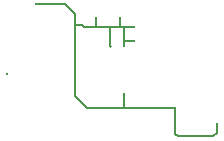
<source format=gbl>
G04 Layer_Physical_Order=4*
G04 Layer_Color=16711680*
%FSLAX25Y25*%
%MOIN*%
G70*
G01*
G75*
%ADD31C,0.00800*%
%ADD38C,0.00984*%
%ADD39C,0.00787*%
D31*
X-20000Y-14000D02*
Y-9000D01*
Y-4500D01*
Y-500D01*
Y3500D01*
X-5045Y2919D02*
Y6069D01*
Y2919D02*
X-5045Y2919D01*
X-3471D01*
X-321D01*
X-3471Y-1700D02*
X-3365Y-1805D01*
X-321D01*
X-3471Y-3380D02*
Y-1700D01*
Y2919D01*
X-8195Y-3380D02*
Y2919D01*
X-5046D01*
X-5045Y2919D01*
X-12919Y2919D02*
Y6069D01*
Y2919D02*
X-8195D01*
X-8195Y2919D01*
X-20000Y3500D02*
X-17424D01*
X-16843Y2919D01*
X-12919D01*
X9000Y-24000D02*
X13500D01*
Y-31000D02*
Y-24000D01*
Y-32742D02*
Y-31000D01*
Y-32742D02*
X14314Y-33555D01*
X26232D01*
X27500Y-32288D01*
Y-29500D01*
X-20000Y-19948D02*
X-15948Y-24000D01*
X-20000Y-19948D02*
Y-14000D01*
X-3500Y-23974D02*
Y-19500D01*
X-15948Y-24000D02*
X-3474D01*
X-20000Y3500D02*
Y7259D01*
X-23241Y10500D02*
X-20000Y7259D01*
X-33000Y10500D02*
X-23241D01*
X-3500Y-23974D02*
X-3474Y-24000D01*
X9000D01*
D38*
X-8195Y-3380D02*
X-8195Y-3380D01*
D39*
X-42745Y-12830D02*
D03*
X-321Y2919D02*
D03*
X-5045Y6069D02*
D03*
X-8195Y-3380D02*
D03*
X-3471Y-3380D02*
D03*
X-12919Y6069D02*
D03*
X-321Y-1805D02*
D03*
X-20000Y-4500D02*
D03*
Y-500D02*
D03*
Y-9000D02*
D03*
Y3500D02*
D03*
Y-14000D02*
D03*
X-3500Y-19500D02*
D03*
X9000Y-24000D02*
D03*
X13500D02*
D03*
Y-31000D02*
D03*
X27500Y-29500D02*
D03*
X-33000Y10500D02*
D03*
M02*

</source>
